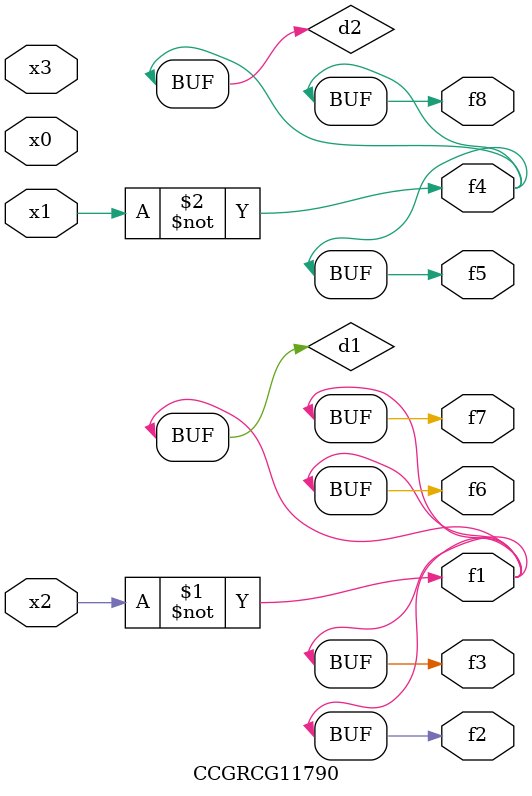
<source format=v>
module CCGRCG11790(
	input x0, x1, x2, x3,
	output f1, f2, f3, f4, f5, f6, f7, f8
);

	wire d1, d2;

	xnor (d1, x2);
	not (d2, x1);
	assign f1 = d1;
	assign f2 = d1;
	assign f3 = d1;
	assign f4 = d2;
	assign f5 = d2;
	assign f6 = d1;
	assign f7 = d1;
	assign f8 = d2;
endmodule

</source>
